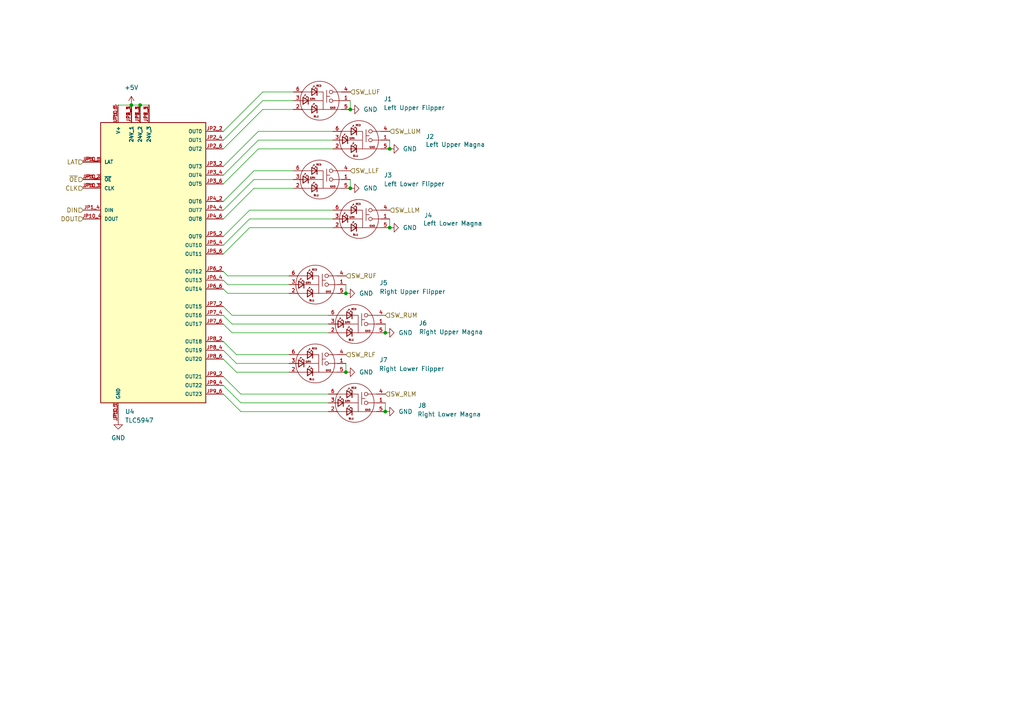
<source format=kicad_sch>
(kicad_sch (version 20250114) (generator "eeschema") (generator_version "9.0")
  (paper "A4")
  (lib_symbols
    (symbol "Pinball-Custom-Components:Adafruit1419-TLC5947" (pin_names (offset 1.016))
      (property "Reference" "U" (at 7.62 41.91 0))
      (property "Value" "TLC5947" (at -6.604 -3.302 0))
      (symbol "Adafruit1419-TLC5947_0_0"
        (rectangle (start -15.24 40.64) (end 15.24 -40.64) (stroke (width 0.254)) (fill (type background)))
        (pin bidirectional line (at -20.32 29.21 0) (length 5.08) (name "LAT") (number "JP10_1"))
        (pin bidirectional line (at -20.32 29.21 0) (length 5.08) (name "LAT") (number "JP1_1"))
        (pin input line (at -20.32 24.13 0) (length 5.08) (name "~{OE}") (number "JP10_2"))
        (pin input line (at -20.32 24.13 0) (length 5.08) (name "~{OE}") (number "JP1_2"))
        (pin input line (at -20.32 21.59 0) (length 5.08) (name "CLK") (number "JP10_3"))
        (pin input line (at -20.32 21.59 0) (length 5.08) (name "CLK") (number "JP1_3"))
        (pin input line (at -20.32 15.24 0) (length 5.08) (name "DIN") (number "JP1_4"))
        (pin output line (at -20.32 12.7 0) (length 5.08) (name "DOUT") (number "JP10_4"))
        (pin power_in line (at -10.16 45.72 270) (length 5.08) (name "V+") (number "JP10_6"))
        (pin power_in line (at -10.16 45.72 270) (length 5.08) (name "V+") (number "JP1_6"))
        (pin power_in line (at -10.16 -45.72 90) (length 5.08) (name "GND") (number "JP10_5"))
        (pin power_in line (at -10.16 -45.72 90) (length 5.08) (name "GND") (number "JP1_5"))
        (pin power_in line (at -6.35 45.72 270) (length 5.08) (name "24V_1") (number "JP2_1"))
        (pin power_in line (at -6.35 45.72 270) (length 5.08) (name "24V_1") (number "JP2_3"))
        (pin power_in line (at -6.35 45.72 270) (length 5.08) (name "24V_1") (number "JP2_5"))
        (pin power_in line (at -6.35 45.72 270) (length 5.08) (name "24V_1") (number "JP3_1"))
        (pin power_in line (at -6.35 45.72 270) (length 5.08) (name "24V_1") (number "JP3_3"))
        (pin power_in line (at -6.35 45.72 270) (length 5.08) (name "24V_1") (number "JP3_5"))
        (pin power_in line (at -6.35 45.72 270) (length 5.08) (name "24V_1") (number "JP4_1"))
        (pin power_in line (at -6.35 45.72 270) (length 5.08) (name "24V_1") (number "JP4_3"))
        (pin power_in line (at -6.35 45.72 270) (length 5.08) (name "24V_1") (number "JP4_5"))
        (pin power_in line (at -3.81 45.72 270) (length 5.08) (name "24V_2") (number "JP5_1"))
        (pin power_in line (at -3.81 45.72 270) (length 5.08) (name "24V_2") (number "JP5_3"))
        (pin power_in line (at -3.81 45.72 270) (length 5.08) (name "24V_2") (number "JP5_5"))
        (pin power_in line (at -3.81 45.72 270) (length 5.08) (name "24V_2") (number "JP6_1"))
        (pin power_in line (at -3.81 45.72 270) (length 5.08) (name "24V_2") (number "JP6_3"))
        (pin power_in line (at -3.81 45.72 270) (length 5.08) (name "24V_2") (number "JP6_5"))
        (pin power_in line (at -3.81 45.72 270) (length 5.08) (name "24V_2") (number "JP7_1"))
        (pin power_in line (at -3.81 45.72 270) (length 5.08) (name "24V_2") (number "JP7_3"))
        (pin power_in line (at -1.27 45.72 270) (length 5.08) (name "24V_3") (number "JP7_5"))
        (pin power_in line (at -1.27 45.72 270) (length 5.08) (name "24V_3") (number "JP8_1"))
        (pin power_in line (at -1.27 45.72 270) (length 5.08) (name "24V_3") (number "JP8_3"))
        (pin power_in line (at -1.27 45.72 270) (length 5.08) (name "24V_3") (number "JP8_5"))
        (pin power_in line (at -1.27 45.72 270) (length 5.08) (name "24V_3") (number "JP9_1"))
        (pin power_in line (at -1.27 45.72 270) (length 5.08) (name "24V_3") (number "JP9_3"))
        (pin power_in line (at -1.27 45.72 270) (length 5.08) (name "24V_3") (number "JP9_5"))
        (pin output line (at 20.32 38.1 180) (length 5.08) (name "OUT0") (number "JP2_2"))
        (pin output line (at 20.32 35.56 180) (length 5.08) (name "OUT1") (number "JP2_4"))
        (pin output line (at 20.32 33.02 180) (length 5.08) (name "OUT2") (number "JP2_6"))
        (pin output line (at 20.32 27.94 180) (length 5.08) (name "OUT3") (number "JP3_2"))
        (pin output line (at 20.32 25.4 180) (length 5.08) (name "OUT4") (number "JP3_4"))
        (pin output line (at 20.32 22.86 180) (length 5.08) (name "OUT5") (number "JP3_6"))
        (pin output line (at 20.32 17.78 180) (length 5.08) (name "OUT6") (number "JP4_2"))
        (pin output line (at 20.32 15.24 180) (length 5.08) (name "OUT7") (number "JP4_4"))
        (pin output line (at 20.32 12.7 180) (length 5.08) (name "OUT8") (number "JP4_6"))
        (pin output line (at 20.32 7.62 180) (length 5.08) (name "OUT9") (number "JP5_2"))
        (pin output line (at 20.32 5.08 180) (length 5.08) (name "OUT10") (number "JP5_4"))
        (pin output line (at 20.32 2.54 180) (length 5.08) (name "OUT11") (number "JP5_6"))
        (pin output line (at 20.32 -2.54 180) (length 5.08) (name "OUT12") (number "JP6_2"))
        (pin output line (at 20.32 -5.08 180) (length 5.08) (name "OUT13") (number "JP6_4"))
        (pin output line (at 20.32 -7.62 180) (length 5.08) (name "OUT14") (number "JP6_6"))
        (pin output line (at 20.32 -12.7 180) (length 5.08) (name "OUT15") (number "JP7_2"))
        (pin output line (at 20.32 -15.24 180) (length 5.08) (name "OUT16") (number "JP7_4"))
        (pin output line (at 20.32 -17.78 180) (length 5.08) (name "OUT17") (number "JP7_6"))
        (pin output line (at 20.32 -22.86 180) (length 5.08) (name "OUT18") (number "JP8_2"))
        (pin output line (at 20.32 -25.4 180) (length 5.08) (name "OUT19") (number "JP8_4"))
        (pin output line (at 20.32 -27.94 180) (length 5.08) (name "OUT20") (number "JP8_6"))
        (pin output line (at 20.32 -33.02 180) (length 5.08) (name "OUT21") (number "JP9_2"))
        (pin output line (at 20.32 -35.56 180) (length 5.08) (name "OUT22") (number "JP9_4"))
        (pin output line (at 20.32 -38.1 180) (length 5.08) (name "OUT23") (number "JP9_6"))
      )
    )
    (symbol "Pinball-Custom-Components:B6B-XH-A-LitSwitch" (pin_names (offset 1.016))
      (property "Reference" "J" (at -1.016 7.112 0))
      (property "Value" "Lit Switch" (at 5.08 4.826 0))
      (symbol "B6B-XH-A-LitSwitch_0_1"
        (polyline (pts (xy -6.35 1.27) (xy -3.81 1.27)))
        (polyline (pts (xy -6.35 -1.27) (xy -3.81 -1.27)))
        (polyline (pts (xy -6.35 -1.524) (xy -6.35 -1.524)))
        (circle (center -3.302 1.27) (radius 0.508))
        (circle (center -3.302 -1.27) (radius 0.508))
        (polyline (pts (xy -2.9845 0) (xy -2.0955 0)))
        (polyline (pts (xy -2.032 -1.778) (xy -2.032 1.778)))
        (circle (center 0 -1.27) (radius 5.6397))
        (polyline (pts (xy 0.762 1.27) (xy -1.016 1.27) (xy -1.016 -3.81)))
        (polyline (pts (xy 0.762 0.254) (xy 0.762 2.286)) (stroke (width 0.254)))
        (polyline (pts (xy 0.762 -3.81) (xy -6.35 -3.81)))
        (polyline (pts (xy 0.762 -4.826) (xy 0.762 -2.794)) (stroke (width 0.254)))
        (polyline (pts (xy 1.524 2.032) (xy 1.016 2.54) (xy 1.27 2.54) (xy 1.016 2.54) (xy 1.016 2.286)))
        (polyline (pts (xy 1.524 -3.048) (xy 1.016 -2.54) (xy 1.27 -2.54) (xy 1.016 -2.54) (xy 1.016 -2.794)))
        (polyline (pts (xy 2.032 2.54) (xy 1.524 3.048) (xy 1.778 3.048) (xy 1.524 3.048) (xy 1.524 2.794)))
        (polyline (pts (xy 2.032 -2.54) (xy 1.524 -2.032) (xy 1.778 -2.032) (xy 1.524 -2.032) (xy 1.524 -2.286)))
        (polyline (pts (xy 2.286 0.254) (xy 0.762 1.27) (xy 2.286 2.286) (xy 2.286 0.254)) (stroke (width 0.254)))
        (polyline (pts (xy 2.286 -4.826) (xy 0.762 -3.81) (xy 2.286 -2.794) (xy 2.286 -4.826)) (stroke (width 0.254)))
        (polyline (pts (xy 2.54 1.27) (xy 0.762 1.27)))
        (polyline (pts (xy 2.54 1.27) (xy 5.334 1.27)))
        (polyline (pts (xy 2.54 -3.81) (xy 0.762 -3.81)))
        (polyline (pts (xy 2.54 -3.81) (xy 5.334 -3.81)))
        (polyline (pts (xy 3.302 -2.286) (xy 3.302 -0.254)) (stroke (width 0.254)))
        (polyline (pts (xy 3.429 -1.27) (xy -0.889 -1.27)))
        (polyline (pts (xy 4.064 -0.508) (xy 3.556 0) (xy 3.81 0) (xy 3.556 0) (xy 3.556 -0.254)))
        (polyline (pts (xy 4.572 0) (xy 4.064 0.508) (xy 4.318 0.508) (xy 4.064 0.508) (xy 4.064 0.254)))
        (polyline (pts (xy 4.826 -2.286) (xy 3.302 -1.27) (xy 4.826 -0.254) (xy 4.826 -2.286)) (stroke (width 0.254)))
        (polyline (pts (xy 5.08 -1.27) (xy 3.302 -1.27)))
      )
      (symbol "B6B-XH-A-LitSwitch_1_0"
        (pin passive line (at -8.89 1.27 0) (length 2.54) (name "") (number "4"))
        (pin passive line (at -8.89 -1.27 0) (length 2.54) (name "") (number "1"))
        (pin passive line (at -8.89 -3.81 0) (length 2.54) (name "") (number "5"))
        (pin passive line (at 7.62 1.27 180) (length 2.54) (name "") (number "6"))
        (pin passive line (at 7.62 -1.27 180) (length 2.54) (name "") (number "3"))
        (pin passive line (at 7.62 -3.81 180) (length 2.54) (name "") (number "2"))
      )
      (symbol "B6B-XH-A-LitSwitch_1_1"
        (text "GND\n" (at -3.81 -3.302 0) (effects (font (size 0.508 0.508))))
        (text "RED" (at 0.254 3.048 0) (effects (font (size 0.508 0.508))))
        (text "BLU" (at 1.016 -5.842 0) (effects (font (size 0.508 0.508))))
        (text "GRN" (at 2.032 -0.762 0) (effects (font (size 0.508 0.508))))
      )
    )
    (symbol "power:+5V" (power) (pin_numbers (hide yes)) (pin_names (offset 0) (hide yes))
      (property "Value" "+5V" (at 0 3.556 0))
      (symbol "+5V_0_1"
        (polyline (pts (xy -0.762 1.27) (xy 0 2.54)))
        (polyline (pts (xy 0 2.54) (xy 0.762 1.27)))
        (polyline (pts (xy 0 0) (xy 0 2.54)))
      )
      (symbol "+5V_1_1"
        (pin power_in line (at 0 0 90) (length 0) (name "~") (number "1"))
      )
    )
    (symbol "power:GND" (power) (pin_numbers (hide yes)) (pin_names (offset 0) (hide yes))
      (property "Value" "GND" (at 0 -3.81 0))
      (symbol "GND_0_1"
        (polyline (pts (xy 0 0) (xy 0 -1.27) (xy 1.27 -1.27) (xy 0 -2.54) (xy -1.27 -1.27) (xy 0 -1.27)))
      )
      (symbol "GND_1_1"
        (pin power_in line (at 0 0 270) (length 0) (name "~") (number "1"))
      )
    )
  )
  (junction (at 38.1 30.48))
  (junction (at 111.76 96.52))
  (junction (at 100.33 107.95))
  (junction (at 101.6 31.75))
  (junction (at 40.64 30.48))
  (junction (at 113.03 43.18))
  (junction (at 113.03 66.04))
  (junction (at 101.6 54.61))
  (junction (at 111.76 119.38))
  (junction (at 100.33 85.09))
  (wire (pts (xy 72.39 63.5) (xy 64.77 71.12)))
  (wire (pts (xy 96.52 63.5) (xy 72.39 63.5)))
  (wire (pts (xy 95.25 119.38) (xy 69.85 119.38)))
  (wire (pts (xy 76.2 31.75) (xy 64.77 43.18)))
  (wire (pts (xy 73.66 49.53) (xy 64.77 58.42)))
  (wire (pts (xy 95.25 91.44) (xy 67.31 91.44)))
  (wire (pts (xy 100.33 105.41) (xy 100.33 107.95)))
  (wire (pts (xy 96.52 43.18) (xy 74.93 43.18)))
  (wire (pts (xy 85.09 31.75) (xy 76.2 31.75)))
  (wire (pts (xy 69.85 116.84) (xy 64.77 111.76)))
  (wire (pts (xy 83.82 102.87) (xy 68.58 102.87)))
  (wire (pts (xy 74.93 38.1) (xy 64.77 48.26)))
  (wire (pts (xy 73.66 54.61) (xy 64.77 63.5)))
  (wire (pts (xy 38.1 30.48) (xy 40.64 30.48)))
  (wire (pts (xy 96.52 66.04) (xy 72.39 66.04)))
  (wire (pts (xy 83.82 105.41) (xy 68.58 105.41)))
  (wire (pts (xy 85.09 52.07) (xy 73.66 52.07)))
  (wire (pts (xy 113.03 63.5) (xy 113.03 66.04)))
  (wire (pts (xy 68.58 105.41) (xy 64.77 101.6)))
  (wire (pts (xy 96.52 60.96) (xy 72.39 60.96)))
  (wire (pts (xy 113.03 40.64) (xy 113.03 43.18)))
  (wire (pts (xy 66.04 80.01) (xy 64.77 78.74)))
  (wire (pts (xy 74.93 43.18) (xy 64.77 53.34)))
  (wire (pts (xy 100.33 82.55) (xy 100.33 85.09)))
  (wire (pts (xy 96.52 40.64) (xy 74.93 40.64)))
  (wire (pts (xy 76.2 29.21) (xy 64.77 40.64)))
  (wire (pts (xy 111.76 116.84) (xy 111.76 119.38)))
  (wire (pts (xy 83.82 85.09) (xy 66.04 85.09)))
  (wire (pts (xy 85.09 49.53) (xy 73.66 49.53)))
  (wire (pts (xy 76.2 26.67) (xy 64.77 38.1)))
  (wire (pts (xy 69.85 114.3) (xy 64.77 109.22)))
  (wire (pts (xy 68.58 102.87) (xy 64.77 99.06)))
  (wire (pts (xy 111.76 93.98) (xy 111.76 96.52)))
  (wire (pts (xy 68.58 107.95) (xy 64.77 104.14)))
  (wire (pts (xy 85.09 29.21) (xy 76.2 29.21)))
  (wire (pts (xy 72.39 60.96) (xy 64.77 68.58)))
  (wire (pts (xy 83.82 82.55) (xy 66.04 82.55)))
  (wire (pts (xy 101.6 52.07) (xy 101.6 54.61)))
  (wire (pts (xy 95.25 96.52) (xy 67.31 96.52)))
  (wire (pts (xy 83.82 107.95) (xy 68.58 107.95)))
  (wire (pts (xy 40.64 30.48) (xy 43.18 30.48)))
  (wire (pts (xy 67.31 96.52) (xy 64.77 93.98)))
  (wire (pts (xy 101.6 29.21) (xy 101.6 31.75)))
  (wire (pts (xy 67.31 93.98) (xy 64.77 91.44)))
  (wire (pts (xy 66.04 82.55) (xy 64.77 81.28)))
  (wire (pts (xy 34.29 30.48) (xy 38.1 30.48)))
  (wire (pts (xy 72.39 66.04) (xy 64.77 73.66)))
  (wire (pts (xy 95.25 116.84) (xy 69.85 116.84)))
  (wire (pts (xy 95.25 114.3) (xy 69.85 114.3)))
  (wire (pts (xy 67.31 91.44) (xy 64.77 88.9)))
  (wire (pts (xy 85.09 26.67) (xy 76.2 26.67)))
  (wire (pts (xy 96.52 38.1) (xy 74.93 38.1)))
  (wire (pts (xy 69.85 119.38) (xy 64.77 114.3)))
  (wire (pts (xy 66.04 85.09) (xy 64.77 83.82)))
  (wire (pts (xy 73.66 52.07) (xy 64.77 60.96)))
  (wire (pts (xy 74.93 40.64) (xy 64.77 50.8)))
  (wire (pts (xy 85.09 54.61) (xy 73.66 54.61)))
  (wire (pts (xy 95.25 93.98) (xy 67.31 93.98)))
  (wire (pts (xy 83.82 80.01) (xy 66.04 80.01)))
  (hierarchical_label "LAT" (shape input) (at 24.13 46.99 180))
  (hierarchical_label "SW_RLM" (shape input) (at 111.76 114.3 0))
  (hierarchical_label "SW_LLM" (shape input) (at 113.03 60.96 0))
  (hierarchical_label "SW_RUM" (shape input) (at 111.76 91.44 0))
  (hierarchical_label "DIN" (shape input) (at 24.13 60.96 180))
  (hierarchical_label "~{OE}" (shape input) (at 24.13 52.07 180))
  (hierarchical_label "SW_RUF" (shape input) (at 100.33 80.01 0))
  (hierarchical_label "DOUT" (shape input) (at 24.13 63.5 180))
  (hierarchical_label "CLK" (shape input) (at 24.13 54.61 180))
  (hierarchical_label "SW_RLF" (shape input) (at 100.33 102.87 0))
  (hierarchical_label "SW_LUM" (shape input) (at 113.03 38.1 0))
  (hierarchical_label "SW_LUF" (shape input) (at 101.6 26.67 0))
  (hierarchical_label "SW_LLF" (shape input) (at 101.6 49.53 0))
  (symbol (lib_id "Pinball-Custom-Components:B6B-XH-A-LitSwitch") (at 102.87 92.71 0) (mirror y) (unit 1)
    (property "Reference" "J6" (at 122.682 93.726 0))
    (property "Value" "Right Upper Magna" (at 130.81 96.266 0))
    (property "Footprint" "Pinball_Custom_Components:B6B-XH-A" (effects (hide yes)))
  )
  (symbol (lib_id "Pinball-Custom-Components:B6B-XH-A-LitSwitch") (at 92.71 27.94 0) (mirror y) (unit 1)
    (property "Reference" "J1" (at 112.522 28.702 0))
    (property "Value" "Left Upper Flipper" (at 120.142 31.242 0))
    (property "Footprint" "Pinball_Custom_Components:B6B-XH-A" (effects (hide yes)))
  )
  (symbol (lib_id "power:GND") (at 34.29 121.92 0) (unit 1)
    (property "Reference" "#PWR014" (effects (hide yes)))
    (property "Value" "GND" (at 34.29 127 0))
    (property "Description" "Power symbol creates a global label with name \"GND\" , ground" (effects (hide yes)))
  )
  (symbol (lib_id "power:+5V") (at 38.1 30.48 0) (unit 1)
    (property "Reference" "#PWR023" (effects (hide yes)))
    (property "Value" "+5V" (at 38.1 25.4 0))
    (property "Description" "Power symbol creates a global label with name \"+5V\"" (effects (hide yes)))
  )
  (symbol (lib_id "power:GND") (at 100.33 85.09 90) (unit 1)
    (property "Reference" "#PWR019" (effects (hide yes)))
    (property "Value" "GND" (at 104.14 85.0899 90) (effects (justify right)))
    (property "Description" "Power symbol creates a global label with name \"GND\" , ground" (effects (hide yes)))
  )
  (symbol (lib_id "Pinball-Custom-Components:B6B-XH-A-LitSwitch") (at 104.14 39.37 0) (mirror y) (unit 1)
    (property "Reference" "J2" (at 124.714 39.624 0))
    (property "Value" "Left Upper Magna" (at 132.08 41.91 0))
    (property "Footprint" "Pinball_Custom_Components:B6B-XH-A" (effects (hide yes)))
  )
  (symbol (lib_id "power:GND") (at 111.76 96.52 90) (unit 1)
    (property "Reference" "#PWR020" (effects (hide yes)))
    (property "Value" "GND" (at 115.57 96.5199 90) (effects (justify right)))
    (property "Description" "Power symbol creates a global label with name \"GND\" , ground" (effects (hide yes)))
  )
  (symbol (lib_id "power:GND") (at 113.03 66.04 90) (unit 1)
    (property "Reference" "#PWR018" (effects (hide yes)))
    (property "Value" "GND" (at 116.84 66.0399 90) (effects (justify right)))
    (property "Description" "Power symbol creates a global label with name \"GND\" , ground" (effects (hide yes)))
  )
  (symbol (lib_id "power:GND") (at 100.33 107.95 90) (unit 1)
    (property "Reference" "#PWR021" (effects (hide yes)))
    (property "Value" "GND" (at 104.14 107.9499 90) (effects (justify right)))
    (property "Description" "Power symbol creates a global label with name \"GND\" , ground" (effects (hide yes)))
  )
  (symbol (lib_id "power:GND") (at 101.6 54.61 90) (unit 1)
    (property "Reference" "#PWR017" (effects (hide yes)))
    (property "Value" "GND" (at 105.41 54.6099 90) (effects (justify right)))
    (property "Description" "Power symbol creates a global label with name \"GND\" , ground" (effects (hide yes)))
  )
  (symbol (lib_id "power:GND") (at 101.6 31.75 90) (unit 1)
    (property "Reference" "#PWR015" (effects (hide yes)))
    (property "Value" "GND" (at 105.41 31.7499 90) (effects (justify right)))
    (property "Description" "Power symbol creates a global label with name \"GND\" , ground" (effects (hide yes)))
  )
  (symbol (lib_id "Pinball-Custom-Components:B6B-XH-A-LitSwitch") (at 91.44 104.14 0) (mirror y) (unit 1)
    (property "Reference" "J7" (at 111.252 104.394 0))
    (property "Value" "Right Lower Flipper" (at 119.38 106.934 0))
    (property "Footprint" "Pinball_Custom_Components:B6B-XH-A" (effects (hide yes)))
  )
  (symbol (lib_id "Pinball-Custom-Components:B6B-XH-A-LitSwitch") (at 91.44 81.28 0) (mirror y) (unit 1)
    (property "Reference" "J5" (at 111.252 82.042 0))
    (property "Value" "Right Upper Flipper" (at 119.634 84.582 0))
    (property "Footprint" "Pinball_Custom_Components:B6B-XH-A" (effects (hide yes)))
  )
  (symbol (lib_id "Pinball-Custom-Components:B6B-XH-A-LitSwitch") (at 102.87 115.57 0) (mirror y) (unit 1)
    (property "Reference" "J8" (at 122.428 117.602 0))
    (property "Value" "Right Lower Magna" (at 130.302 120.142 0))
    (property "Footprint" "Pinball_Custom_Components:B6B-XH-A" (effects (hide yes)))
  )
  (symbol (lib_id "Pinball-Custom-Components:Adafruit1419-TLC5947") (at 44.45 76.2 0) (unit 1)
    (property "Reference" "U4" (at 36.2586 119.38 0) (effects (justify left)))
    (property "Value" "TLC5947" (at 36.2586 121.92 0) (effects (justify left)))
    (property "Footprint" "Pinball_Custom_Components:ADA1914-TLC5947" (effects (hide yes)))
  )
  (symbol (lib_id "Pinball-Custom-Components:B6B-XH-A-LitSwitch") (at 92.71 50.8 0) (mirror y) (unit 1)
    (property "Reference" "J3" (at 112.522 50.8 0))
    (property "Value" "Left Lower Flipper" (at 120.142 53.34 0))
    (property "Footprint" "Pinball_Custom_Components:B6B-XH-A" (effects (hide yes)))
  )
  (symbol (lib_id "power:GND") (at 111.76 119.38 90) (unit 1)
    (property "Reference" "#PWR022" (effects (hide yes)))
    (property "Value" "GND" (at 115.57 119.3799 90) (effects (justify right)))
    (property "Description" "Power symbol creates a global label with name \"GND\" , ground" (effects (hide yes)))
  )
  (symbol (lib_id "power:GND") (at 113.03 43.18 90) (unit 1)
    (property "Reference" "#PWR016" (effects (hide yes)))
    (property "Value" "GND" (at 116.84 43.1799 90) (effects (justify right)))
    (property "Description" "Power symbol creates a global label with name \"GND\" , ground" (effects (hide yes)))
  )
  (symbol (lib_id "Pinball-Custom-Components:B6B-XH-A-LitSwitch") (at 104.14 62.23 0) (mirror y) (unit 1)
    (property "Reference" "J4" (at 124.206 62.484 0))
    (property "Value" "Left Lower Magna" (at 131.318 64.77 0))
    (property "Footprint" "Pinball_Custom_Components:B6B-XH-A" (effects (hide yes)))
  )
)
</source>
